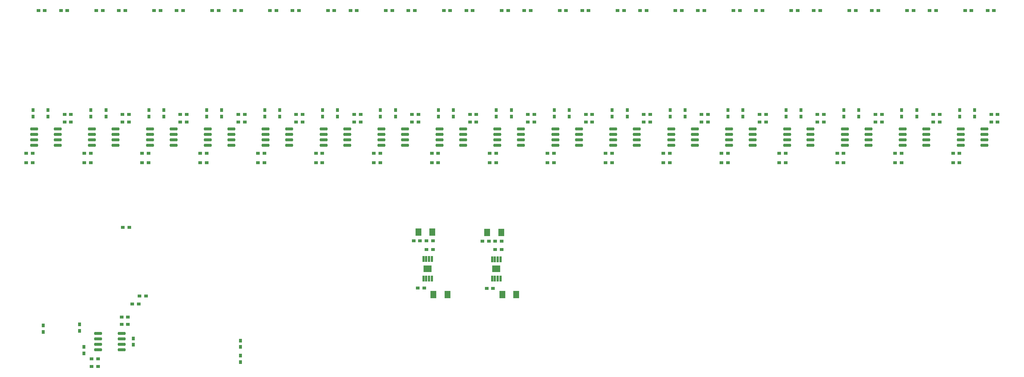
<source format=gtp>
G04*
G04 #@! TF.GenerationSoftware,Altium Limited,Altium Designer,19.1.6 (110)*
G04*
G04 Layer_Color=8421504*
%FSLAX43Y43*%
%MOMM*%
G71*
G01*
G75*
G04:AMPARAMS|DCode=15|XSize=1.78mm|YSize=0.72mm|CornerRadius=0.18mm|HoleSize=0mm|Usage=FLASHONLY|Rotation=0.000|XOffset=0mm|YOffset=0mm|HoleType=Round|Shape=RoundedRectangle|*
%AMROUNDEDRECTD15*
21,1,1.780,0.360,0,0,0.0*
21,1,1.420,0.720,0,0,0.0*
1,1,0.360,0.710,-0.180*
1,1,0.360,-0.710,-0.180*
1,1,0.360,-0.710,0.180*
1,1,0.360,0.710,0.180*
%
%ADD15ROUNDEDRECTD15*%
%ADD16R,0.900X0.800*%
%ADD17R,0.800X0.900*%
%ADD18R,1.400X1.700*%
%ADD19R,1.900X1.650*%
G04:AMPARAMS|DCode=20|XSize=0.45mm|YSize=1.4mm|CornerRadius=0.045mm|HoleSize=0mm|Usage=FLASHONLY|Rotation=0.000|XOffset=0mm|YOffset=0mm|HoleType=Round|Shape=RoundedRectangle|*
%AMROUNDEDRECTD20*
21,1,0.450,1.310,0,0,0.0*
21,1,0.360,1.400,0,0,0.0*
1,1,0.090,0.180,-0.655*
1,1,0.090,-0.180,-0.655*
1,1,0.090,-0.180,0.655*
1,1,0.090,0.180,0.655*
%
%ADD20ROUNDEDRECTD20*%
D15*
X134650Y90395D02*
D03*
Y91665D02*
D03*
Y92935D02*
D03*
Y94205D02*
D03*
X129150Y90395D02*
D03*
Y91665D02*
D03*
Y92935D02*
D03*
Y94205D02*
D03*
X330250Y141905D02*
D03*
Y140635D02*
D03*
Y139365D02*
D03*
Y138095D02*
D03*
X335750Y141905D02*
D03*
Y140635D02*
D03*
Y139365D02*
D03*
Y138095D02*
D03*
X316750Y141905D02*
D03*
Y140635D02*
D03*
Y139365D02*
D03*
Y138095D02*
D03*
X322250Y141905D02*
D03*
Y140635D02*
D03*
Y139365D02*
D03*
Y138095D02*
D03*
X303250Y141905D02*
D03*
Y140635D02*
D03*
Y139365D02*
D03*
Y138095D02*
D03*
X308750Y141905D02*
D03*
Y140635D02*
D03*
Y139365D02*
D03*
Y138095D02*
D03*
X289750Y141905D02*
D03*
Y140635D02*
D03*
Y139365D02*
D03*
Y138095D02*
D03*
X295250Y141905D02*
D03*
Y140635D02*
D03*
Y139365D02*
D03*
Y138095D02*
D03*
X276250Y141905D02*
D03*
Y140635D02*
D03*
Y139365D02*
D03*
Y138095D02*
D03*
X281750Y141905D02*
D03*
Y140635D02*
D03*
Y139365D02*
D03*
Y138095D02*
D03*
X262750Y141905D02*
D03*
Y140635D02*
D03*
Y139365D02*
D03*
Y138095D02*
D03*
X268250Y141905D02*
D03*
Y140635D02*
D03*
Y139365D02*
D03*
Y138095D02*
D03*
X249250Y141905D02*
D03*
Y140635D02*
D03*
Y139365D02*
D03*
Y138095D02*
D03*
X254750Y141905D02*
D03*
Y140635D02*
D03*
Y139365D02*
D03*
Y138095D02*
D03*
X235750Y141905D02*
D03*
Y140635D02*
D03*
Y139365D02*
D03*
Y138095D02*
D03*
X241250Y141905D02*
D03*
Y140635D02*
D03*
Y139365D02*
D03*
Y138095D02*
D03*
X222250Y141905D02*
D03*
Y140635D02*
D03*
Y139365D02*
D03*
Y138095D02*
D03*
X227750Y141905D02*
D03*
Y140635D02*
D03*
Y139365D02*
D03*
Y138095D02*
D03*
X208750Y141905D02*
D03*
Y140635D02*
D03*
Y139365D02*
D03*
Y138095D02*
D03*
X214250Y141905D02*
D03*
Y140635D02*
D03*
Y139365D02*
D03*
Y138095D02*
D03*
X195250Y141905D02*
D03*
Y140635D02*
D03*
Y139365D02*
D03*
Y138095D02*
D03*
X200750Y141905D02*
D03*
Y140635D02*
D03*
Y139365D02*
D03*
Y138095D02*
D03*
X181750Y141905D02*
D03*
Y140635D02*
D03*
Y139365D02*
D03*
Y138095D02*
D03*
X187250Y141905D02*
D03*
Y140635D02*
D03*
Y139365D02*
D03*
Y138095D02*
D03*
X168250Y141905D02*
D03*
Y140635D02*
D03*
Y139365D02*
D03*
Y138095D02*
D03*
X173750Y141905D02*
D03*
Y140635D02*
D03*
Y139365D02*
D03*
Y138095D02*
D03*
X154750Y141905D02*
D03*
Y140635D02*
D03*
Y139365D02*
D03*
Y138095D02*
D03*
X160250Y141905D02*
D03*
Y140635D02*
D03*
Y139365D02*
D03*
Y138095D02*
D03*
X141250Y141905D02*
D03*
Y140635D02*
D03*
Y139365D02*
D03*
Y138095D02*
D03*
X146750Y141905D02*
D03*
Y140635D02*
D03*
Y139365D02*
D03*
Y138095D02*
D03*
X127750Y141905D02*
D03*
Y140635D02*
D03*
Y139365D02*
D03*
Y138095D02*
D03*
X133250Y141905D02*
D03*
Y140635D02*
D03*
Y139365D02*
D03*
Y138095D02*
D03*
X114250Y141905D02*
D03*
Y140635D02*
D03*
Y139365D02*
D03*
Y138095D02*
D03*
X119750Y141905D02*
D03*
Y140635D02*
D03*
Y139365D02*
D03*
Y138095D02*
D03*
D16*
X137150Y101100D02*
D03*
X138650D02*
D03*
X138850Y102900D02*
D03*
X140350D02*
D03*
X134950Y118900D02*
D03*
X136450D02*
D03*
X134650Y98050D02*
D03*
X136150D02*
D03*
X127650Y88300D02*
D03*
X129150D02*
D03*
X134650Y96300D02*
D03*
X136150D02*
D03*
X127650Y86550D02*
D03*
X129150D02*
D03*
X331250Y169500D02*
D03*
X332750D02*
D03*
X338000D02*
D03*
X336500D02*
D03*
X317750D02*
D03*
X319250D02*
D03*
X324500D02*
D03*
X323000D02*
D03*
X304250D02*
D03*
X305750D02*
D03*
X311000D02*
D03*
X309500D02*
D03*
X290750D02*
D03*
X292250D02*
D03*
X297500D02*
D03*
X296000D02*
D03*
X277250D02*
D03*
X278750D02*
D03*
X284000D02*
D03*
X282500D02*
D03*
X263750D02*
D03*
X265250D02*
D03*
X270500D02*
D03*
X269000D02*
D03*
X250250D02*
D03*
X251750D02*
D03*
X257000D02*
D03*
X255500D02*
D03*
X236750D02*
D03*
X238250D02*
D03*
X243500D02*
D03*
X242000D02*
D03*
X223250D02*
D03*
X224750D02*
D03*
X230000D02*
D03*
X228500D02*
D03*
X209750D02*
D03*
X211250D02*
D03*
X216500D02*
D03*
X215000D02*
D03*
X196250D02*
D03*
X197750D02*
D03*
X203000D02*
D03*
X201500D02*
D03*
X182750D02*
D03*
X184250D02*
D03*
X189500D02*
D03*
X188000D02*
D03*
X169250D02*
D03*
X170750D02*
D03*
X176000D02*
D03*
X174500D02*
D03*
X155750D02*
D03*
X157250D02*
D03*
X162500D02*
D03*
X161000D02*
D03*
X142250D02*
D03*
X143750D02*
D03*
X149000D02*
D03*
X147500D02*
D03*
X128750D02*
D03*
X130250D02*
D03*
X135500D02*
D03*
X134000D02*
D03*
X122000Y169500D02*
D03*
X120500D02*
D03*
X115250D02*
D03*
X116750D02*
D03*
X205725Y115800D02*
D03*
X207225D02*
D03*
X203725Y104800D02*
D03*
X205225D02*
D03*
X205725Y113800D02*
D03*
X207225D02*
D03*
X202725Y115800D02*
D03*
X204225D02*
D03*
X219750Y104750D02*
D03*
X221250D02*
D03*
X221750Y115750D02*
D03*
X223250D02*
D03*
X218750D02*
D03*
X220250D02*
D03*
X221750Y113750D02*
D03*
X223250D02*
D03*
X337350Y143500D02*
D03*
X338850D02*
D03*
X337350Y145300D02*
D03*
X338850D02*
D03*
X329950Y134000D02*
D03*
X328450D02*
D03*
X329950Y136200D02*
D03*
X328450D02*
D03*
X323850Y143500D02*
D03*
X325350D02*
D03*
X323850Y145300D02*
D03*
X325350D02*
D03*
X316450Y134000D02*
D03*
X314950D02*
D03*
X316450Y136200D02*
D03*
X314950D02*
D03*
X310350Y143500D02*
D03*
X311850D02*
D03*
X310350Y145300D02*
D03*
X311850D02*
D03*
X302950Y134000D02*
D03*
X301450D02*
D03*
X302950Y136200D02*
D03*
X301450D02*
D03*
X296850Y143500D02*
D03*
X298350D02*
D03*
X296850Y145300D02*
D03*
X298350D02*
D03*
X289450Y134000D02*
D03*
X287950D02*
D03*
X289450Y136200D02*
D03*
X287950D02*
D03*
X283350Y143500D02*
D03*
X284850D02*
D03*
X283350Y145300D02*
D03*
X284850D02*
D03*
X275950Y134000D02*
D03*
X274450D02*
D03*
X275950Y136200D02*
D03*
X274450D02*
D03*
X269850Y143500D02*
D03*
X271350D02*
D03*
X269850Y145300D02*
D03*
X271350D02*
D03*
X262450Y134000D02*
D03*
X260950D02*
D03*
X262450Y136200D02*
D03*
X260950D02*
D03*
X256350Y143500D02*
D03*
X257850D02*
D03*
X256350Y145300D02*
D03*
X257850D02*
D03*
X248950Y134000D02*
D03*
X247450D02*
D03*
X248950Y136200D02*
D03*
X247450D02*
D03*
X242850Y143500D02*
D03*
X244350D02*
D03*
X242850Y145300D02*
D03*
X244350D02*
D03*
X235450Y134000D02*
D03*
X233950D02*
D03*
X235450Y136200D02*
D03*
X233950D02*
D03*
X229350Y143500D02*
D03*
X230850D02*
D03*
X229350Y145300D02*
D03*
X230850D02*
D03*
X221950Y134000D02*
D03*
X220450D02*
D03*
X221950Y136200D02*
D03*
X220450D02*
D03*
X215850Y143500D02*
D03*
X217350D02*
D03*
X215850Y145300D02*
D03*
X217350D02*
D03*
X208450Y134000D02*
D03*
X206950D02*
D03*
X208450Y136200D02*
D03*
X206950D02*
D03*
X202350Y143500D02*
D03*
X203850D02*
D03*
X202350Y145300D02*
D03*
X203850D02*
D03*
X194950Y134000D02*
D03*
X193450D02*
D03*
X194950Y136200D02*
D03*
X193450D02*
D03*
X188850Y143500D02*
D03*
X190350D02*
D03*
X188850Y145300D02*
D03*
X190350D02*
D03*
X181450Y134000D02*
D03*
X179950D02*
D03*
X181450Y136200D02*
D03*
X179950D02*
D03*
X175350Y143500D02*
D03*
X176850D02*
D03*
X175350Y145300D02*
D03*
X176850D02*
D03*
X167950Y134000D02*
D03*
X166450D02*
D03*
X167950Y136200D02*
D03*
X166450D02*
D03*
X161850Y143500D02*
D03*
X163350D02*
D03*
X161850Y145300D02*
D03*
X163350D02*
D03*
X154450Y134000D02*
D03*
X152950D02*
D03*
X154450Y136200D02*
D03*
X152950D02*
D03*
X148350Y143500D02*
D03*
X149850D02*
D03*
X148350Y145300D02*
D03*
X149850D02*
D03*
X140950Y134000D02*
D03*
X139450D02*
D03*
X140950Y136200D02*
D03*
X139450D02*
D03*
X134850Y143500D02*
D03*
X136350D02*
D03*
X134850Y145300D02*
D03*
X136350D02*
D03*
X127450Y134000D02*
D03*
X125950D02*
D03*
X127450Y136200D02*
D03*
X125950D02*
D03*
X113950Y136200D02*
D03*
X112450D02*
D03*
X113950Y134000D02*
D03*
X112450D02*
D03*
X121350Y145300D02*
D03*
X122850D02*
D03*
X121350Y143500D02*
D03*
X122850D02*
D03*
D17*
X116400Y96050D02*
D03*
Y94550D02*
D03*
X125900Y91050D02*
D03*
Y89550D02*
D03*
X124900Y94800D02*
D03*
Y96300D02*
D03*
X162400Y92550D02*
D03*
Y91050D02*
D03*
Y89050D02*
D03*
Y87550D02*
D03*
X137400Y91550D02*
D03*
Y93050D02*
D03*
X330000Y144750D02*
D03*
Y146250D02*
D03*
X333500Y144750D02*
D03*
Y146250D02*
D03*
X316500Y144750D02*
D03*
Y146250D02*
D03*
X320000Y144750D02*
D03*
Y146250D02*
D03*
X303000Y144750D02*
D03*
Y146250D02*
D03*
X306500Y144750D02*
D03*
Y146250D02*
D03*
X289500Y144750D02*
D03*
Y146250D02*
D03*
X293000Y144750D02*
D03*
Y146250D02*
D03*
X276000Y144750D02*
D03*
Y146250D02*
D03*
X279500Y144750D02*
D03*
Y146250D02*
D03*
X262500Y144750D02*
D03*
Y146250D02*
D03*
X266000Y144750D02*
D03*
Y146250D02*
D03*
X249000Y144750D02*
D03*
Y146250D02*
D03*
X252500Y144750D02*
D03*
Y146250D02*
D03*
X235500Y144750D02*
D03*
Y146250D02*
D03*
X239000Y144750D02*
D03*
Y146250D02*
D03*
X222000Y144750D02*
D03*
Y146250D02*
D03*
X225500Y144750D02*
D03*
Y146250D02*
D03*
X208500Y144750D02*
D03*
Y146250D02*
D03*
X212000Y144750D02*
D03*
Y146250D02*
D03*
X195000Y144750D02*
D03*
Y146250D02*
D03*
X198500Y144750D02*
D03*
Y146250D02*
D03*
X181500Y144750D02*
D03*
Y146250D02*
D03*
X185000Y144750D02*
D03*
Y146250D02*
D03*
X168000Y144750D02*
D03*
Y146250D02*
D03*
X171500Y144750D02*
D03*
Y146250D02*
D03*
X154500Y144750D02*
D03*
Y146250D02*
D03*
X158000Y144750D02*
D03*
Y146250D02*
D03*
X141000Y144750D02*
D03*
Y146250D02*
D03*
X144500Y144750D02*
D03*
Y146250D02*
D03*
X127500Y144750D02*
D03*
Y146250D02*
D03*
X131000Y144750D02*
D03*
Y146250D02*
D03*
X117500Y144750D02*
D03*
Y146250D02*
D03*
X114000Y144750D02*
D03*
Y146250D02*
D03*
D18*
X207359Y103300D02*
D03*
X210591D02*
D03*
X207091Y117800D02*
D03*
X203859D02*
D03*
X223384Y103250D02*
D03*
X226616D02*
D03*
X223116Y117750D02*
D03*
X219884D02*
D03*
D19*
X205975Y109300D02*
D03*
X222000Y109250D02*
D03*
D20*
X206950Y107025D02*
D03*
X206300D02*
D03*
X205650D02*
D03*
X205000D02*
D03*
Y111575D02*
D03*
X205650D02*
D03*
X206300D02*
D03*
X206950D02*
D03*
X222975Y106975D02*
D03*
X222325D02*
D03*
X221675D02*
D03*
X221025D02*
D03*
Y111525D02*
D03*
X221675D02*
D03*
X222325D02*
D03*
X222975D02*
D03*
M02*

</source>
